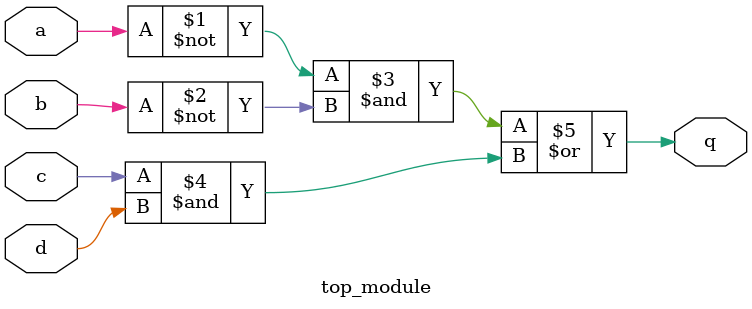
<source format=sv>
module top_module (
	input a, 
	input b, 
	input c, 
	input d,
	output q
);

	assign q = (~a & ~b) | (c & d);

endmodule

</source>
